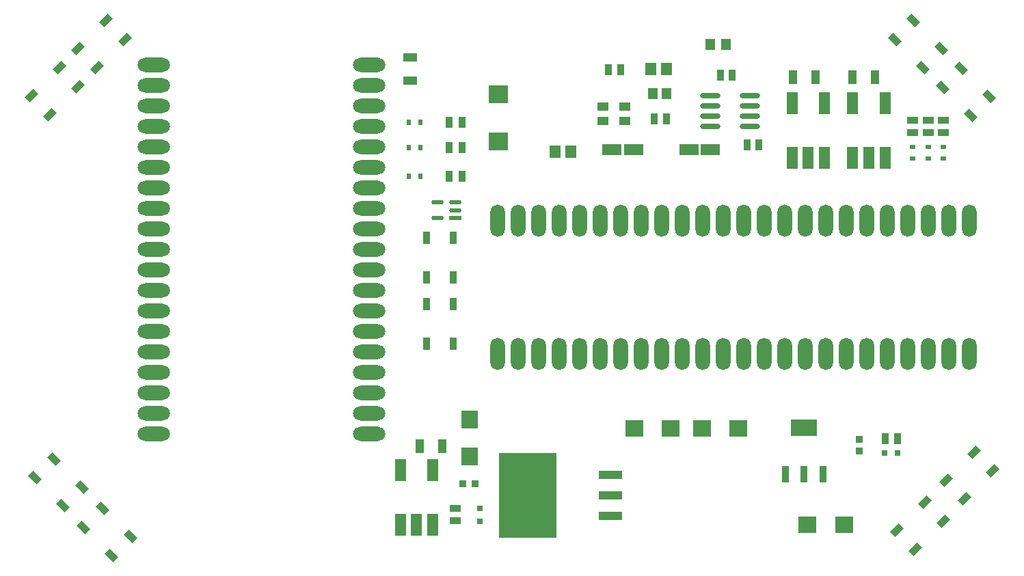
<source format=gtp>
G04*
G04 #@! TF.GenerationSoftware,Altium Limited,Altium Designer,21.2.0 (30)*
G04*
G04 Layer_Color=8421504*
%FSLAX25Y25*%
%MOIN*%
G70*
G04*
G04 #@! TF.SameCoordinates,74D48CB8-E722-4D7A-A080-E4722F553172*
G04*
G04*
G04 #@! TF.FilePolarity,Positive*
G04*
G01*
G75*
G04:AMPARAMS|DCode=15|XSize=59.26mil|YSize=22.53mil|CornerRadius=11.26mil|HoleSize=0mil|Usage=FLASHONLY|Rotation=180.000|XOffset=0mil|YOffset=0mil|HoleType=Round|Shape=RoundedRectangle|*
%AMROUNDEDRECTD15*
21,1,0.05926,0.00000,0,0,180.0*
21,1,0.03674,0.02253,0,0,180.0*
1,1,0.02253,-0.01837,0.00000*
1,1,0.02253,0.01837,0.00000*
1,1,0.02253,0.01837,0.00000*
1,1,0.02253,-0.01837,0.00000*
%
%ADD15ROUNDEDRECTD15*%
%ADD16R,0.05926X0.02253*%
G04:AMPARAMS|DCode=17|XSize=59.06mil|YSize=35.43mil|CornerRadius=0mil|HoleSize=0mil|Usage=FLASHONLY|Rotation=45.000|XOffset=0mil|YOffset=0mil|HoleType=Round|Shape=Rectangle|*
%AMROTATEDRECTD17*
4,1,4,-0.00835,-0.03341,-0.03341,-0.00835,0.00835,0.03341,0.03341,0.00835,-0.00835,-0.03341,0.0*
%
%ADD17ROTATEDRECTD17*%

G04:AMPARAMS|DCode=18|XSize=59.06mil|YSize=35.43mil|CornerRadius=0mil|HoleSize=0mil|Usage=FLASHONLY|Rotation=315.000|XOffset=0mil|YOffset=0mil|HoleType=Round|Shape=Rectangle|*
%AMROTATEDRECTD18*
4,1,4,-0.03341,0.00835,-0.00835,0.03341,0.03341,-0.00835,0.00835,-0.03341,-0.03341,0.00835,0.0*
%
%ADD18ROTATEDRECTD18*%

%ADD19R,0.03543X0.05906*%
%ADD20R,0.04724X0.05709*%
%ADD21R,0.05512X0.10827*%
%ADD22O,0.09843X0.02756*%
%ADD23R,0.03740X0.08465*%
%ADD24R,0.12795X0.08465*%
G04:AMPARAMS|DCode=25|XSize=70.87mil|YSize=157.48mil|CornerRadius=35.43mil|HoleSize=0mil|Usage=FLASHONLY|Rotation=270.000|XOffset=0mil|YOffset=0mil|HoleType=Round|Shape=RoundedRectangle|*
%AMROUNDEDRECTD25*
21,1,0.07087,0.08661,0,0,270.0*
21,1,0.00000,0.15748,0,0,270.0*
1,1,0.07087,-0.04331,0.00000*
1,1,0.07087,-0.04331,0.00000*
1,1,0.07087,0.04331,0.00000*
1,1,0.07087,0.04331,0.00000*
%
%ADD25ROUNDEDRECTD25*%
%ADD26R,0.03150X0.02362*%
%ADD27R,0.05315X0.03740*%
%ADD28R,0.09252X0.05315*%
%ADD29R,0.05315X0.03937*%
%ADD30R,0.03740X0.05315*%
%ADD31R,0.03775X0.03591*%
%ADD32R,0.08661X0.08465*%
%ADD33R,0.03150X0.03150*%
%ADD34R,0.28347X0.41339*%
%ADD35R,0.11221X0.04134*%
%ADD36R,0.08465X0.08661*%
G04:AMPARAMS|DCode=37|XSize=70.87mil|YSize=157.48mil|CornerRadius=35.43mil|HoleSize=0mil|Usage=FLASHONLY|Rotation=0.000|XOffset=0mil|YOffset=0mil|HoleType=Round|Shape=RoundedRectangle|*
%AMROUNDEDRECTD37*
21,1,0.07087,0.08661,0,0,0.0*
21,1,0.00000,0.15748,0,0,0.0*
1,1,0.07087,0.00000,-0.04331*
1,1,0.07087,0.00000,-0.04331*
1,1,0.07087,0.00000,0.04331*
1,1,0.07087,0.00000,0.04331*
%
%ADD37ROUNDEDRECTD37*%
%ADD38R,0.03150X0.03150*%
%ADD39R,0.03591X0.03775*%
%ADD40R,0.03740X0.05315*%
%ADD41R,0.06544X0.04166*%
%ADD42R,0.04166X0.06544*%
%ADD43R,0.02362X0.03150*%
%ADD44R,0.09252X0.08661*%
%ADD45R,0.05315X0.06102*%
%ADD46R,0.04528X0.05709*%
D15*
X206667Y173760D02*
D03*
Y181240D02*
D03*
X215333D02*
D03*
Y177500D02*
D03*
D16*
Y173760D02*
D03*
D17*
X454586Y45773D02*
D03*
X463773Y36586D02*
D03*
X477414Y50227D02*
D03*
X468227Y59414D02*
D03*
X54242Y260763D02*
D03*
X45055Y269950D02*
D03*
X31414Y256308D02*
D03*
X40601Y247122D02*
D03*
X31414Y237727D02*
D03*
X22227Y246914D02*
D03*
X8586Y233273D02*
D03*
X17773Y224086D02*
D03*
X430586Y21273D02*
D03*
X439773Y12086D02*
D03*
X453414Y25727D02*
D03*
X444227Y34914D02*
D03*
D18*
X19687Y56187D02*
D03*
X10500Y47000D02*
D03*
X24141Y33359D02*
D03*
X33328Y42546D02*
D03*
X43273Y31914D02*
D03*
X34086Y22727D02*
D03*
X47727Y9086D02*
D03*
X56914Y18273D02*
D03*
X466631Y223854D02*
D03*
X475818Y233041D02*
D03*
X462177Y246682D02*
D03*
X452990Y237495D02*
D03*
X443296Y247188D02*
D03*
X452483Y256375D02*
D03*
X438842Y270016D02*
D03*
X429655Y260829D02*
D03*
D19*
X201504Y112354D02*
D03*
X214496D02*
D03*
Y131646D02*
D03*
X201504D02*
D03*
Y144854D02*
D03*
X214496D02*
D03*
Y164146D02*
D03*
X201504D02*
D03*
D20*
X339563Y258500D02*
D03*
X347437D02*
D03*
D21*
X409126Y203213D02*
D03*
X417000D02*
D03*
X424874D02*
D03*
X409126Y229787D02*
D03*
X424874D02*
D03*
X379626Y203213D02*
D03*
X387500D02*
D03*
X395374D02*
D03*
X379626Y229787D02*
D03*
X395374D02*
D03*
X188626Y24213D02*
D03*
X196500D02*
D03*
X204374D02*
D03*
X188626Y50787D02*
D03*
X204374D02*
D03*
D22*
X359146Y218500D02*
D03*
Y223500D02*
D03*
Y228500D02*
D03*
Y233500D02*
D03*
X339854Y218500D02*
D03*
Y223500D02*
D03*
Y228500D02*
D03*
Y233500D02*
D03*
D23*
X376445Y48583D02*
D03*
X385500D02*
D03*
X394555D02*
D03*
D24*
X385500Y71417D02*
D03*
D25*
X173500Y248500D02*
D03*
Y238500D02*
D03*
Y228500D02*
D03*
Y218500D02*
D03*
Y208500D02*
D03*
Y198500D02*
D03*
Y188500D02*
D03*
Y178500D02*
D03*
Y168500D02*
D03*
Y158500D02*
D03*
Y148500D02*
D03*
Y138500D02*
D03*
Y128500D02*
D03*
Y118500D02*
D03*
Y108500D02*
D03*
X68500Y248500D02*
D03*
Y238500D02*
D03*
Y228500D02*
D03*
Y218500D02*
D03*
Y208500D02*
D03*
Y198500D02*
D03*
Y188500D02*
D03*
Y178500D02*
D03*
Y168500D02*
D03*
Y158500D02*
D03*
Y148500D02*
D03*
Y138500D02*
D03*
Y128500D02*
D03*
Y118500D02*
D03*
Y108500D02*
D03*
Y98500D02*
D03*
Y88500D02*
D03*
Y78500D02*
D03*
Y68500D02*
D03*
X173500Y98500D02*
D03*
Y88500D02*
D03*
Y78500D02*
D03*
Y68500D02*
D03*
D26*
X438500Y202646D02*
D03*
Y208354D02*
D03*
X446000Y202646D02*
D03*
Y208354D02*
D03*
X453500Y202646D02*
D03*
Y208354D02*
D03*
D27*
X438500Y215449D02*
D03*
Y221551D02*
D03*
X446000Y215449D02*
D03*
Y221551D02*
D03*
X453500Y215449D02*
D03*
Y221551D02*
D03*
X215500Y32051D02*
D03*
Y25949D02*
D03*
D28*
X329283Y207000D02*
D03*
X339717D02*
D03*
X302217D02*
D03*
X291783D02*
D03*
D29*
X298000Y220957D02*
D03*
Y228043D02*
D03*
X287500Y228043D02*
D03*
Y220957D02*
D03*
D30*
X295905Y246000D02*
D03*
X290000D02*
D03*
X344547Y243500D02*
D03*
X350453D02*
D03*
X357547Y209500D02*
D03*
X363453D02*
D03*
X318406Y222000D02*
D03*
X312500D02*
D03*
D31*
X219139Y44000D02*
D03*
X224861D02*
D03*
D32*
X302543Y71000D02*
D03*
X320457D02*
D03*
X404957Y24000D02*
D03*
X387043D02*
D03*
X353457Y71000D02*
D03*
X335543D02*
D03*
D33*
X227500Y25850D02*
D03*
Y32150D02*
D03*
D34*
X250752Y38500D02*
D03*
D35*
X290910Y48500D02*
D03*
Y38500D02*
D03*
Y28500D02*
D03*
D36*
X222500Y57543D02*
D03*
Y75457D02*
D03*
D37*
X326000Y172500D02*
D03*
X466000Y107500D02*
D03*
X456000D02*
D03*
X446000D02*
D03*
X326000D02*
D03*
X316000D02*
D03*
X306000D02*
D03*
X296000D02*
D03*
X286000D02*
D03*
X276000D02*
D03*
X266000D02*
D03*
X256000D02*
D03*
X246000D02*
D03*
X236000D02*
D03*
Y172500D02*
D03*
X246000D02*
D03*
X256000D02*
D03*
X266000D02*
D03*
X276000D02*
D03*
X286000D02*
D03*
X296000D02*
D03*
X306000D02*
D03*
X316000D02*
D03*
X436000Y107500D02*
D03*
X426000D02*
D03*
X416000D02*
D03*
X406000D02*
D03*
X396000D02*
D03*
X386000D02*
D03*
X376000D02*
D03*
X366000D02*
D03*
X356000D02*
D03*
X346000D02*
D03*
X336000D02*
D03*
Y172500D02*
D03*
X346000D02*
D03*
X466000D02*
D03*
X456000D02*
D03*
X356000D02*
D03*
X366000D02*
D03*
X376000D02*
D03*
X386000D02*
D03*
X396000D02*
D03*
X406000D02*
D03*
X416000D02*
D03*
X426000D02*
D03*
X436000D02*
D03*
X446000D02*
D03*
D38*
X431150Y59000D02*
D03*
X424850D02*
D03*
D39*
X412500Y65861D02*
D03*
Y60139D02*
D03*
D40*
X424949Y66000D02*
D03*
X431051D02*
D03*
X218551Y220500D02*
D03*
X212449D02*
D03*
X218551Y208000D02*
D03*
X212449D02*
D03*
X218551Y194000D02*
D03*
X212449D02*
D03*
D41*
X193500Y252118D02*
D03*
Y240882D02*
D03*
D42*
X420118Y242500D02*
D03*
X408882D02*
D03*
X391118D02*
D03*
X379882D02*
D03*
X197882Y62500D02*
D03*
X209118D02*
D03*
D43*
X192646Y220500D02*
D03*
X198354D02*
D03*
X192646Y208000D02*
D03*
X198354D02*
D03*
X192646Y194000D02*
D03*
X198354D02*
D03*
D44*
X236500Y210984D02*
D03*
Y234016D02*
D03*
D45*
X264161Y206000D02*
D03*
X271839D02*
D03*
X310661Y246500D02*
D03*
X318339D02*
D03*
D46*
X311555Y234500D02*
D03*
X318445D02*
D03*
M02*

</source>
